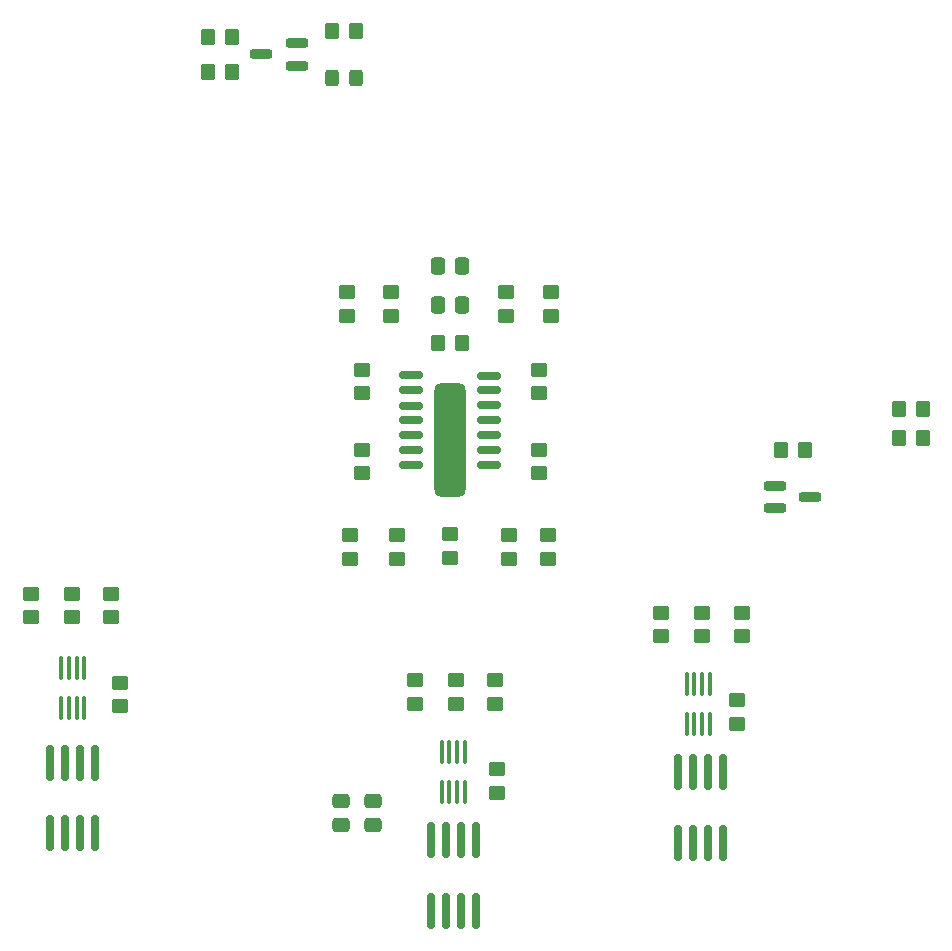
<source format=gbp>
%TF.GenerationSoftware,KiCad,Pcbnew,8.0.1-8.0.1-1~ubuntu22.04.1*%
%TF.CreationDate,2024-04-16T20:31:25-04:00*%
%TF.ProjectId,pdb,7064622e-6b69-4636-9164-5f7063625858,rev?*%
%TF.SameCoordinates,Original*%
%TF.FileFunction,Paste,Bot*%
%TF.FilePolarity,Positive*%
%FSLAX46Y46*%
G04 Gerber Fmt 4.6, Leading zero omitted, Abs format (unit mm)*
G04 Created by KiCad (PCBNEW 8.0.1-8.0.1-1~ubuntu22.04.1) date 2024-04-16 20:31:25*
%MOMM*%
%LPD*%
G01*
G04 APERTURE LIST*
G04 Aperture macros list*
%AMRoundRect*
0 Rectangle with rounded corners*
0 $1 Rounding radius*
0 $2 $3 $4 $5 $6 $7 $8 $9 X,Y pos of 4 corners*
0 Add a 4 corners polygon primitive as box body*
4,1,4,$2,$3,$4,$5,$6,$7,$8,$9,$2,$3,0*
0 Add four circle primitives for the rounded corners*
1,1,$1+$1,$2,$3*
1,1,$1+$1,$4,$5*
1,1,$1+$1,$6,$7*
1,1,$1+$1,$8,$9*
0 Add four rect primitives between the rounded corners*
20,1,$1+$1,$2,$3,$4,$5,0*
20,1,$1+$1,$4,$5,$6,$7,0*
20,1,$1+$1,$6,$7,$8,$9,0*
20,1,$1+$1,$8,$9,$2,$3,0*%
G04 Aperture macros list end*
%ADD10RoundRect,0.150000X0.150000X-1.350000X0.150000X1.350000X-0.150000X1.350000X-0.150000X-1.350000X0*%
%ADD11RoundRect,0.250000X-0.450000X0.350000X-0.450000X-0.350000X0.450000X-0.350000X0.450000X0.350000X0*%
%ADD12RoundRect,0.250000X0.450000X-0.350000X0.450000X0.350000X-0.450000X0.350000X-0.450000X-0.350000X0*%
%ADD13RoundRect,0.250000X0.350000X0.450000X-0.350000X0.450000X-0.350000X-0.450000X0.350000X-0.450000X0*%
%ADD14RoundRect,0.200000X0.750000X0.200000X-0.750000X0.200000X-0.750000X-0.200000X0.750000X-0.200000X0*%
%ADD15RoundRect,0.250000X-0.325000X-0.450000X0.325000X-0.450000X0.325000X0.450000X-0.325000X0.450000X0*%
%ADD16RoundRect,0.100000X-0.100000X0.900000X-0.100000X-0.900000X0.100000X-0.900000X0.100000X0.900000X0*%
%ADD17RoundRect,0.250000X-0.337500X-0.475000X0.337500X-0.475000X0.337500X0.475000X-0.337500X0.475000X0*%
%ADD18RoundRect,0.250000X-0.350000X-0.450000X0.350000X-0.450000X0.350000X0.450000X-0.350000X0.450000X0*%
%ADD19RoundRect,0.171250X0.828750X0.171250X-0.828750X0.171250X-0.828750X-0.171250X0.828750X-0.171250X0*%
%ADD20RoundRect,0.162500X0.837500X0.162500X-0.837500X0.162500X-0.837500X-0.162500X0.837500X-0.162500X0*%
%ADD21RoundRect,0.662500X0.662500X4.187500X-0.662500X4.187500X-0.662500X-4.187500X0.662500X-4.187500X0*%
%ADD22RoundRect,0.200000X-0.750000X-0.200000X0.750000X-0.200000X0.750000X0.200000X-0.750000X0.200000X0*%
%ADD23RoundRect,0.250000X0.475000X-0.337500X0.475000X0.337500X-0.475000X0.337500X-0.475000X-0.337500X0*%
G04 APERTURE END LIST*
D10*
%TO.C,U7*%
X71650000Y-99000000D03*
X70385000Y-99000000D03*
X69115000Y-99000000D03*
X67845000Y-99000000D03*
X67845000Y-93000000D03*
X69115000Y-93000000D03*
X70385000Y-93000000D03*
X71655000Y-93000000D03*
%TD*%
D11*
%TO.C,R23*%
X77000000Y-59960000D03*
X77000000Y-61960000D03*
%TD*%
D12*
%TO.C,R13*%
X64500000Y-48620000D03*
X64500000Y-46620000D03*
%TD*%
D13*
%TO.C,R6*%
X61500000Y-24500000D03*
X59500000Y-24500000D03*
%TD*%
D12*
%TO.C,R36*%
X73500000Y-89000000D03*
X73500000Y-87000000D03*
%TD*%
%TO.C,R31*%
X90830000Y-75790000D03*
X90830000Y-73790000D03*
%TD*%
%TO.C,R8*%
X74500000Y-69210000D03*
X74500000Y-67210000D03*
%TD*%
D14*
%TO.C,Q2*%
X56500000Y-25550000D03*
X56500000Y-27450000D03*
X53500000Y-26500000D03*
%TD*%
D11*
%TO.C,R21*%
X61000000Y-67210000D03*
X61000000Y-69210000D03*
%TD*%
%TO.C,R35*%
X73250000Y-79500000D03*
X73250000Y-81500000D03*
%TD*%
D13*
%TO.C,R4*%
X51000000Y-25000000D03*
X49000000Y-25000000D03*
%TD*%
D15*
%TO.C,D11*%
X61525000Y-28500000D03*
X59475000Y-28500000D03*
%TD*%
D16*
%TO.C,U4*%
X89530000Y-79790000D03*
X90170000Y-79790000D03*
X90830000Y-79790000D03*
X91470000Y-79790000D03*
X91470000Y-83210000D03*
X90830000Y-83210000D03*
X90170000Y-83210000D03*
X89530000Y-83210000D03*
%TD*%
D12*
%TO.C,R34*%
X70000000Y-81500000D03*
X70000000Y-79500000D03*
%TD*%
%TO.C,R40*%
X41500000Y-81710000D03*
X41500000Y-79710000D03*
%TD*%
D11*
%TO.C,R39*%
X40750000Y-72170000D03*
X40750000Y-74170000D03*
%TD*%
D12*
%TO.C,R11*%
X78000000Y-48620000D03*
X78000000Y-46620000D03*
%TD*%
D17*
%TO.C,C1*%
X68462500Y-47710000D03*
X70537500Y-47710000D03*
%TD*%
D12*
%TO.C,R29*%
X93800000Y-83200000D03*
X93800000Y-81200000D03*
%TD*%
D18*
%TO.C,R5*%
X49000000Y-28000000D03*
X51000000Y-28000000D03*
%TD*%
D19*
%TO.C,U1*%
X72767500Y-53707500D03*
D20*
X72767500Y-54960000D03*
X72767500Y-56230000D03*
X72767500Y-57500000D03*
X72767500Y-58767500D03*
X72767500Y-60040000D03*
X72792500Y-61305000D03*
X66207500Y-61305000D03*
X66207500Y-60040000D03*
X66207500Y-58770000D03*
X66207500Y-57500000D03*
X66207500Y-56265000D03*
X66207500Y-54960000D03*
X66207500Y-53687500D03*
D21*
X69467500Y-59150000D03*
%TD*%
D12*
%TO.C,R12*%
X74250000Y-48620000D03*
X74250000Y-46620000D03*
%TD*%
D16*
%TO.C,U6*%
X68780000Y-85540000D03*
X69420000Y-85540000D03*
X70080000Y-85540000D03*
X70720000Y-85540000D03*
X70720000Y-88960000D03*
X70080000Y-88960000D03*
X69420000Y-88960000D03*
X68780000Y-88960000D03*
%TD*%
D12*
%TO.C,R24*%
X62000000Y-55210000D03*
X62000000Y-53210000D03*
%TD*%
D18*
%TO.C,R3*%
X97500000Y-60000000D03*
X99500000Y-60000000D03*
%TD*%
D12*
%TO.C,R9*%
X77750000Y-69210000D03*
X77750000Y-67210000D03*
%TD*%
%TO.C,R20*%
X65000000Y-69210000D03*
X65000000Y-67210000D03*
%TD*%
D22*
%TO.C,Q1*%
X97000000Y-64950000D03*
X97000000Y-63050000D03*
X100000000Y-64000000D03*
%TD*%
D18*
%TO.C,R1*%
X107500000Y-59000000D03*
X109500000Y-59000000D03*
%TD*%
D16*
%TO.C,U8*%
X36560000Y-78460000D03*
X37200000Y-78460000D03*
X37860000Y-78460000D03*
X38500000Y-78460000D03*
X38500000Y-81880000D03*
X37860000Y-81880000D03*
X37200000Y-81880000D03*
X36560000Y-81880000D03*
%TD*%
D11*
%TO.C,R32*%
X94230000Y-73790000D03*
X94230000Y-75790000D03*
%TD*%
D12*
%TO.C,R14*%
X60750000Y-48620000D03*
X60750000Y-46620000D03*
%TD*%
D18*
%TO.C,R15*%
X68500000Y-50960000D03*
X70500000Y-50960000D03*
%TD*%
D11*
%TO.C,R30*%
X87330000Y-73790000D03*
X87330000Y-75790000D03*
%TD*%
D12*
%TO.C,R38*%
X37500000Y-74170000D03*
X37500000Y-72170000D03*
%TD*%
D11*
%TO.C,R37*%
X34000000Y-72170000D03*
X34000000Y-74170000D03*
%TD*%
D23*
%TO.C,C3*%
X60250000Y-91787500D03*
X60250000Y-89712500D03*
%TD*%
D11*
%TO.C,R25*%
X62000000Y-59960000D03*
X62000000Y-61960000D03*
%TD*%
D18*
%TO.C,R2*%
X107500000Y-56500000D03*
X109500000Y-56500000D03*
%TD*%
D10*
%TO.C,U5*%
X92595000Y-93290000D03*
X91330000Y-93290000D03*
X90060000Y-93290000D03*
X88790000Y-93290000D03*
X88790000Y-87290000D03*
X90060000Y-87290000D03*
X91330000Y-87290000D03*
X92600000Y-87290000D03*
%TD*%
D17*
%TO.C,C2*%
X68462500Y-44460000D03*
X70537500Y-44460000D03*
%TD*%
D23*
%TO.C,C4*%
X63000000Y-91787500D03*
X63000000Y-89712500D03*
%TD*%
D12*
%TO.C,R22*%
X77000000Y-55210000D03*
X77000000Y-53210000D03*
%TD*%
D10*
%TO.C,U9*%
X39400000Y-92460000D03*
X38135000Y-92460000D03*
X36865000Y-92460000D03*
X35595000Y-92460000D03*
X35595000Y-86460000D03*
X36865000Y-86460000D03*
X38135000Y-86460000D03*
X39405000Y-86460000D03*
%TD*%
D12*
%TO.C,R10*%
X69500000Y-69120000D03*
X69500000Y-67120000D03*
%TD*%
D11*
%TO.C,R33*%
X66500000Y-79500000D03*
X66500000Y-81500000D03*
%TD*%
M02*

</source>
